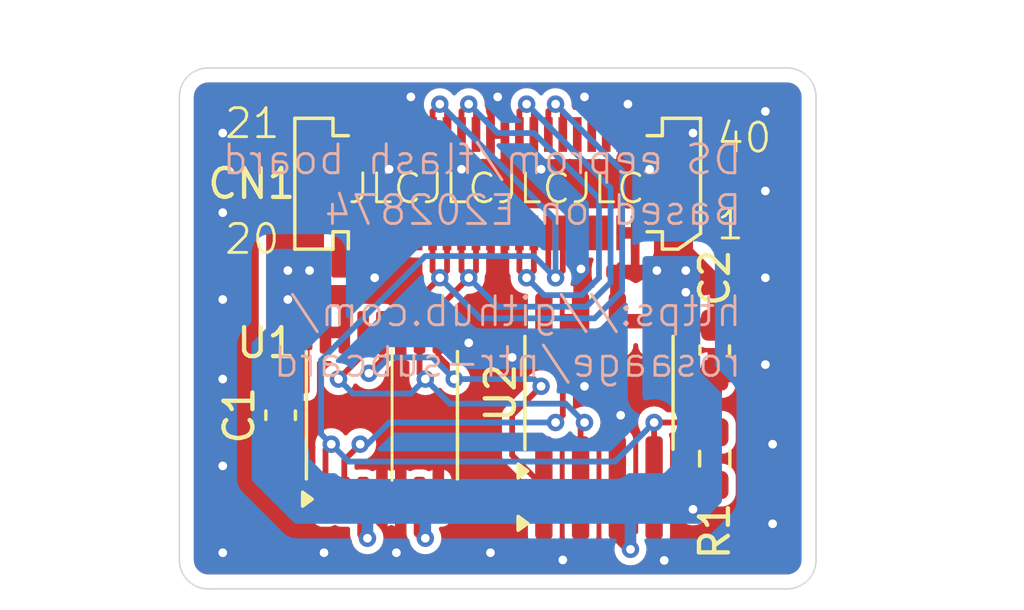
<source format=kicad_pcb>
(kicad_pcb (version 20240108) (generator "pcbnew") (generator_version "8.0")
  (layers (0 "F.Cu" signal) (31 "B.Cu" signal) (34 "B.Paste" user) (35 "F.Paste" user) (36 "B.SilkS" user "B.Silkscreen") (37 "F.SilkS" user "F.Silkscreen") (38 "B.Mask" user) (39 "F.Mask" user) (44 "Edge.Cuts" user))
  (net 0 "")
  (net 2 "VCC")
  (net 6 "GND")
  (net 14 "C")
  (net 15 "Q")
  (net 16 "S")
  (net 17 "D")
  (footprint "tage:Molex_SlimStack_53748-0408_2x20_P0.50mm_Vertical-tage" (layer "F.Cu") (at 109.5 69 90)
    (property "Reference" "CN1" (at 0 -8.5 0) (layer "F.SilkS"))
    (property "Value" "Molex_SlimStack_53748-0408_2x20_P0.50mm")
    (fp_line (start 2.26 -7.01) (end -2.26 -7.01) (stroke (width 0.12)) (layer "F.SilkS"))
    (fp_line (start -2.26 -7.01) (end -2.26 -5.69) (stroke (width 0.12)) (layer "F.SilkS"))
    (fp_line (start 2.26 -5.69) (end 2.26 -7.01) (stroke (width 0.12)) (layer "F.SilkS"))
    (fp_line (start 1.66 -5.69) (end 2.26 -5.69) (stroke (width 0.12)) (layer "F.SilkS"))
    (fp_line (start -1.66 -5.69) (end -1.66 -5.16) (stroke (width 0.12)) (layer "F.SilkS"))
    (fp_line (start -2.26 -5.69) (end -1.66 -5.69) (stroke (width 0.12)) (layer "F.SilkS"))
    (fp_line (start -2.26 -5.69) (end -2.26 -5.69) (stroke (width 0.12)) (layer "F.SilkS"))
    (fp_line (start 1.66 -5.16) (end 1.66 -5.69) (stroke (width 0.12)) (layer "F.SilkS"))
    (fp_line (start -1.66 -5.16) (end -2.25 -5.16) (stroke (width 0.12)) (layer "F.SilkS"))
    (fp_line (start 1.66 5.16) (end 1.66 5.69) (stroke (width 0.12)) (layer "F.SilkS"))
    (fp_line (start 2.26 5.69) (end 2.26 7.01) (stroke (width 0.12)) (layer "F.SilkS"))
    (fp_line (start 1.66 5.69) (end 2.26 5.69) (stroke (width 0.12)) (layer "F.SilkS"))
    (fp_line (start -1.66 5.69) (end -1.66 5.16) (stroke (width 0.12)) (layer "F.SilkS"))
    (fp_line (start -2.26 5.69) (end -1.66 5.69) (stroke (width 0.12)) (layer "F.SilkS"))
    (fp_line (start -2.26 6.234683) (end -2.26 5.69) (stroke (width 0.12)) (layer "F.SilkS"))
    (fp_line (start 2.26 7.01) (end -1.717262 7.01) (stroke (width 0.12)) (layer "F.SilkS"))
    (fp_line (start -1.717262 7.01) (end -2.26 6.234683) (stroke (width 0.12)) (layer "F.SilkS"))
    (pad "1" smd rect (at -1.7 4.75 90) (size 1.2 0.3) (layers "F.Cu" "F.Paste" "F.Mask") (net 2 "VCC"))
    (pad "2" smd rect (at -1.7 4.25 90) (size 1.2 0.3) (layers "F.Cu" "F.Paste" "F.Mask") (net 2 "VCC"))
    (pad "3" smd rect (at -1.7 3.75 90) (size 1.2 0.3) (layers "F.Cu" "F.Paste" "F.Mask"))
    (pad "4" smd rect (at -1.7 3.25 90) (size 1.2 0.3) (layers "F.Cu" "F.Paste" "F.Mask"))
    (pad "5" smd rect (at -1.7 2.75 90) (size 1.2 0.3) (layers "F.Cu" "F.Paste" "F.Mask"))
    (pad "6" smd rect (at -1.7 2.25 90) (size 1.2 0.3) (layers "F.Cu" "F.Paste" "F.Mask") (net 16 "S"))
    (pad "7" smd rect (at -1.7 1.75 90) (size 1.2 0.3) (layers "F.Cu" "F.Paste" "F.Mask") (net 16 "S"))
    (pad "8" smd rect (at -1.7 1.25 90) (size 1.2 0.3) (layers "F.Cu" "F.Paste" "F.Mask") (net 15 "Q"))
    (pad "9" smd rect (at -1.7 0.75 90) (size 1.2 0.3) (layers "F.Cu" "F.Paste" "F.Mask") (net 15 "Q"))
    (pad "10" smd rect (at -1.7 0.25 90) (size 1.2 0.3) (layers "F.Cu" "F.Paste" "F.Mask") (net 6 "GND"))
    (pad "11" smd rect (at -1.7 -0.25 90) (size 1.2 0.3) (layers "F.Cu" "F.Paste" "F.Mask") (net 6 "GND"))
    (pad "12" smd rect (at -1.7 -0.75 90) (size 1.2 0.3) (layers "F.Cu" "F.Paste" "F.Mask") (net 17 "D"))
    (pad "13" smd rect (at -1.7 -1.25 90) (size 1.2 0.3) (layers "F.Cu" "F.Paste" "F.Mask") (net 17 "D"))
    (pad "14" smd rect (at -1.7 -1.75 90) (size 1.2 0.3) (layers "F.Cu" "F.Paste" "F.Mask") (net 14 "C"))
    (pad "15" smd rect (at -1.7 -2.25 90) (size 1.2 0.3) (layers "F.Cu" "F.Paste" "F.Mask") (net 14 "C"))
    (pad "16" smd rect (at -1.7 -2.75 90) (size 1.2 0.3) (layers "F.Cu" "F.Paste" "F.Mask"))
    (pad "17" smd rect (at -1.7 -3.25 90) (size 1.2 0.3) (layers "F.Cu" "F.Paste" "F.Mask"))
    (pad "18" smd rect (at -1.7 -3.75 90) (size 1.2 0.3) (layers "F.Cu" "F.Paste" "F.Mask"))
    (pad "19" smd rect (at -1.7 -4.25 90) (size 1.2 0.3) (layers "F.Cu" "F.Paste" "F.Mask") (net 6 "GND"))
    (pad "20" smd rect (at -1.7 -4.75 90) (size 1.2 0.3) (layers "F.Cu" "F.Paste" "F.Mask") (net 6 "GND"))
    (pad "21" smd rect (at 1.7 -4.75 90) (size 1.2 0.3) (layers "F.Cu" "F.Paste" "F.Mask") (net 2 "VCC"))
    (pad "22" smd rect (at 1.7 -4.25 90) (size 1.2 0.3) (layers "F.Cu" "F.Paste" "F.Mask") (net 2 "VCC"))
    (pad "23" smd rect (at 1.7 -3.75 90) (size 1.2 0.3) (layers "F.Cu" "F.Paste" "F.Mask"))
    (pad "24" smd rect (at 1.7 -3.25 90) (size 1.2 0.3) (layers "F.Cu" "F.Paste" "F.Mask"))
    (pad "25" smd rect (at 1.7 -2.75 90) (size 1.2 0.3) (layers "F.Cu" "F.Paste" "F.Mask"))
    (pad "26" smd rect (at 1.7 -2.25 90) (size 1.2 0.3) (layers "F.Cu" "F.Paste" "F.Mask") (net 16 "S"))
    (pad "27" smd rect (at 1.7 -1.75 90) (size 1.2 0.3) (layers "F.Cu" "F.Paste" "F.Mask") (net 16 "S"))
    (pad "28" smd rect (at 1.7 -1.25 90) (size 1.2 0.3) (layers "F.Cu" "F.Paste" "F.Mask") (net 15 "Q"))
    (pad "29" smd rect (at 1.7 -0.75 90) (size 1.2 0.3) (layers "F.Cu" "F.Paste" "F.Mask") (net 15 "Q"))
    (pad "30" smd rect (at 1.7 -0.25 90) (size 1.2 0.3) (layers "F.Cu" "F.Paste" "F.Mask") (net 6 "GND"))
    (pad "31" smd rect (at 1.7 0.25 90) (size 1.2 0.3) (layers "F.Cu" "F.Paste" "F.Mask") (net 6 "GND"))
    (pad "32" smd rect (at 1.7 0.75 90) (size 1.2 0.3) (layers "F.Cu" "F.Paste" "F.Mask") (net 17 "D"))
    (pad "33" smd rect (at 1.7 1.25 90) (size 1.2 0.3) (layers "F.Cu" "F.Paste" "F.Mask") (net 17 "D"))
    (pad "34" smd rect (at 1.7 1.75 90) (size 1.2 0.3) (layers "F.Cu" "F.Paste" "F.Mask") (net 14 "C"))
    (pad "35" smd rect (at 1.7 2.25 90) (size 1.2 0.3) (layers "F.Cu" "F.Paste" "F.Mask") (net 14 "C"))
    (pad "36" smd rect (at 1.7 2.75 90) (size 1.2 0.3) (layers "F.Cu" "F.Paste" "F.Mask"))
    (pad "37" smd rect (at 1.7 3.25 90) (size 1.2 0.3) (layers "F.Cu" "F.Paste" "F.Mask"))
    (pad "38" smd rect (at 1.7 3.75 90) (size 1.2 0.3) (layers "F.Cu" "F.Paste" "F.Mask"))
    (pad "39" smd rect (at 1.7 4.25 90) (size 1.2 0.3) (layers "F.Cu" "F.Paste" "F.Mask") (net 6 "GND"))
    (pad "40" smd rect (at 1.7 4.75 90) (size 1.2 0.3) (layers "F.Cu" "F.Paste" "F.Mask") (net 6 "GND"))
  )
  (footprint "tage:SOIC-8_3.9x3.9-7.62mm_P1.27mm" (layer "F.Cu") (at 113 76.225 90)
    (property "Reference" "U2" (at 0 -3.4 90) (layer "F.SilkS"))
    (property "Value" "M45PE20-VMN6P")
    (fp_line (start 0 -2.56) (end 1.95 -2.56) (stroke (width 0.12)) (layer "F.SilkS"))
    (fp_line (start 0 -2.56) (end -1.95 -2.56) (stroke (width 0.12)) (layer "F.SilkS"))
    (fp_line (start 0 2.56) (end 1.95 2.56) (stroke (width 0.12)) (layer "F.SilkS"))
    (fp_line (start 0 2.56) (end -1.95 2.56) (stroke (width 0.12)) (layer "F.SilkS"))
    (fp_poly (pts (xy -2.7 -2.465) (xy -2.94 -2.795) (xy -2.46 -2.795) (xy -2.7 -2.465)) (stroke (width 0.12)) (fill solid) (layer "F.SilkS"))
    (fp_poly (pts (xy -4.51 -2.465) (xy -4.75 -2.795) (xy -4.27 -2.795) (xy -4.51 -2.465)) (stroke (width 0.12)) (fill solid) (layer "F.SilkS"))
    (pad "1" smd roundrect (at -3.285 -1.905 90) (size 3.57 0.6) (layers "F.Cu" "F.Paste" "F.Mask") (net 17 "D"))
    (pad "2" smd roundrect (at -3.285 -0.635 90) (size 3.57 0.6) (layers "F.Cu" "F.Paste" "F.Mask") (net 14 "C"))
    (pad "3" smd roundrect (at -3.285 0.635 90) (size 3.57 0.6) (layers "F.Cu" "F.Paste" "F.Mask") (net 2 "VCC"))
    (pad "4" smd roundrect (at -3.285 1.905 90) (size 3.57 0.6) (layers "F.Cu" "F.Paste" "F.Mask") (net 16 "S"))
    (pad "5" smd roundrect (at 2.475 1.905 90) (size 1.95 0.6) (layers "F.Cu" "F.Paste" "F.Mask") (net 2 "VCC"))
    (pad "6" smd roundrect (at 2.475 0.635 90) (size 1.95 0.6) (layers "F.Cu" "F.Paste" "F.Mask") (net 2 "VCC"))
    (pad "7" smd roundrect (at 2.475 -0.635 90) (size 1.95 0.6) (layers "F.Cu" "F.Paste" "F.Mask") (net 6 "GND"))
    (pad "8" smd roundrect (at 2.475 -1.905 90) (size 1.95 0.6) (layers "F.Cu" "F.Paste" "F.Mask") (net 15 "Q"))
  )
  (footprint "Package_SO:TSSOP-14_4.4x5mm_P0.65mm" (layer "F.Cu") (at 105.5 77 90)
    (property "Reference" "U1" (at 2.5 -4 0) (layer "F.SilkS"))
    (property "Value" "M95512-WMN6P")
    (fp_line (start 0 -2.61) (end 2.2 -2.61) (stroke (width 0.12)) (layer "F.SilkS"))
    (fp_line (start 0 -2.61) (end -2.2 -2.61) (stroke (width 0.12)) (layer "F.SilkS"))
    (fp_line (start 0 2.61) (end 2.2 2.61) (stroke (width 0.12)) (layer "F.SilkS"))
    (fp_line (start 0 2.61) (end -2.2 2.61) (stroke (width 0.12)) (layer "F.SilkS"))
    (fp_poly (pts (xy -2.9 -2.41) (xy -3.14 -2.74) (xy -2.66 -2.74) (xy -2.9 -2.41)) (stroke (width 0.12)) (fill solid) (layer "F.SilkS"))
    (pad "1" smd roundrect (at -2.8625 -1.95 90) (size 1.475 0.4) (layers "F.Cu" "F.Paste" "F.Mask") (net 16 "S"))
    (pad "2" smd roundrect (at -2.8625 -1.3 90) (size 1.475 0.4) (layers "F.Cu" "F.Paste" "F.Mask") (net 15 "Q"))
    (pad "3" smd roundrect (at -2.8625 -0.65 90) (size 1.475 0.4) (layers "F.Cu" "F.Paste" "F.Mask") (net 2 "VCC"))
    (pad "4" smd roundrect (at -2.8625 0 90) (size 1.475 0.4) (layers "F.Cu" "F.Paste" "F.Mask") (net 6 "GND"))
    (pad "5" smd roundrect (at -2.8625 0.65 90) (size 1.475 0.4) (layers "F.Cu" "F.Paste" "F.Mask") (net 6 "GND"))
    (pad "6" smd roundrect (at -2.8625 1.3 90) (size 1.475 0.4) (layers "F.Cu" "F.Paste" "F.Mask") (net 2 "VCC"))
    (pad "7" smd roundrect (at -2.8625 1.95 90) (size 1.475 0.4) (layers "F.Cu" "F.Paste" "F.Mask") (net 6 "GND"))
    (pad "8" smd roundrect (at 2.8625 1.95 90) (size 1.475 0.4) (layers "F.Cu" "F.Paste" "F.Mask") (net 17 "D"))
    (pad "9" smd roundrect (at 2.8625 1.3 90) (size 1.475 0.4) (layers "F.Cu" "F.Paste" "F.Mask") (net 14 "C"))
    (pad "10" smd roundrect (at 2.8625 0.65 90) (size 1.475 0.4) (layers "F.Cu" "F.Paste" "F.Mask") (net 6 "GND"))
    (pad "11" smd roundrect (at 2.8625 0 90) (size 1.475 0.4) (layers "F.Cu" "F.Paste" "F.Mask") (net 17 "D"))
    (pad "12" smd roundrect (at 2.8625 -0.65 90) (size 1.475 0.4) (layers "F.Cu" "F.Paste" "F.Mask") (net 14 "C"))
    (pad "13" smd roundrect (at 2.8625 -1.3 90) (size 1.475 0.4) (layers "F.Cu" "F.Paste" "F.Mask") (net 2 "VCC"))
    (pad "14" smd roundrect (at 2.8625 -1.95 90) (size 1.475 0.4) (layers "F.Cu" "F.Paste" "F.Mask") (net 2 "VCC"))
  )
  (footprint "Resistor_SMD:R_0603_1608Metric_Pad0.98x0.95mm_HandSolder" (layer "F.Cu") (at 117 78.5 90)
    (property "Reference" "R1" (at -2.5 0 -90) (layer "F.SilkS"))
    (property "Value" "10k")
    (fp_line (start -0.254724 -0.5225) (end 0.254724 -0.5225) (stroke (width 0.12)) (layer "F.SilkS"))
    (fp_line (start -0.254724 0.5225) (end 0.254724 0.5225) (stroke (width 0.12)) (layer "F.SilkS"))
    (pad "1" smd roundrect (at -0.9125 0 90) (size 0.975 0.95) (layers "F.Cu" "F.Paste" "F.Mask") (net 2 "VCC"))
    (pad "2" smd roundrect (at 0.9125 0 90) (size 0.975 0.95) (layers "F.Cu" "F.Paste" "F.Mask") (net 16 "S"))
  )
  (footprint "Capacitor_SMD:C_0603_1608Metric_Pad1.08x0.95mm_HandSolder" (layer "F.Cu") (at 117 74.75 90)
    (property "Reference" "C2" (at 2.5 0 -90) (layer "F.SilkS"))
    (property "Value" "100n")
    (fp_line (start -0.146267 -0.51) (end 0.146267 -0.51) (stroke (width 0.12)) (layer "F.SilkS"))
    (fp_line (start -0.146267 0.51) (end 0.146267 0.51) (stroke (width 0.12)) (layer "F.SilkS"))
    (pad "1" smd roundrect (at -0.8625 0 90) (size 1.075 0.95) (layers "F.Cu" "F.Paste" "F.Mask") (net 6 "GND"))
    (pad "2" smd roundrect (at 0.8625 0 90) (size 1.075 0.95) (layers "F.Cu" "F.Paste" "F.Mask") (net 2 "VCC"))
  )
  (footprint "Capacitor_SMD:C_0603_1608Metric_Pad1.08x0.95mm_HandSolder" (layer "F.Cu") (at 102 77 90)
    (property "Reference" "C1" (at 0 -1.43 -90) (layer "F.SilkS"))
    (property "Value" "100n")
    (fp_line (start -0.146267 -0.51) (end 0.146267 -0.51) (stroke (width 0.12)) (layer "F.SilkS"))
    (fp_line (start -0.146267 0.51) (end 0.146267 0.51) (stroke (width 0.12)) (layer "F.SilkS"))
    (pad "1" smd roundrect (at -0.8625 0 90) (size 1.075 0.95) (layers "F.Cu" "F.Paste" "F.Mask") (net 6 "GND"))
    (pad "2" smd roundrect (at 0.8625 0 90) (size 1.075 0.95) (layers "F.Cu" "F.Paste" "F.Mask") (net 2 "VCC"))
  )
  (gr_line (start 105.85 74.75) (end 105.85 79.25) (stroke (width 0.1)) (layer "F.SilkS"))
  (gr_line (start 119.5 83) (end 99.5 83) (stroke (width 0.05)) (layer "Edge.Cuts"))
  (gr_arc (start 98.5 66) (mid 98.792893 65.292893) (end 99.5 65) (stroke (width 0.05)) (layer "Edge.Cuts"))
  (gr_arc (start 119.5 65) (mid 120.207107 65.292893) (end 120.5 66) (stroke (width 0.05)) (layer "Edge.Cuts"))
  (gr_line (start 99.5 65) (end 119.5 65) (stroke (width 0.05)) (layer "Edge.Cuts"))
  (gr_arc (start 120.5 82) (mid 120.207107 82.707107) (end 119.5 83) (stroke (width 0.05)) (layer "Edge.Cuts"))
  (gr_arc (start 99.5 83) (mid 98.792893 82.707107) (end 98.5 82) (stroke (width 0.05)) (layer "Edge.Cuts"))
  (gr_line (start 98.5 82) (end 98.5 66) (stroke (width 0.05)) (layer "Edge.Cuts"))
  (gr_line (start 120.5 66) (end 120.5 82) (stroke (width 0.05)) (layer "Edge.Cuts"))
  (gr_text "rosaage/ntr-subcard" (at 118 75.75 0) (layer "B.SilkS") (effects (font (size 1 1) (thickness 0.1)) (justify left bottom mirror)))
  (gr_text "Based on E202874" (at 118 70.5 0) (layer "B.SilkS") (effects (font (size 1 1) (thickness 0.1)) (justify left bottom mirror)))
  (gr_text "DS eeprom/flash board" (at 118 68.75 0) (layer "B.SilkS") (effects (font (size 1 1) (thickness 0.1)) (justify left bottom mirror)))
  (gr_text "https://github.com/" (at 118 74 0) (layer "B.SilkS") (effects (font (size 1 1) (thickness 0.1)) (justify left bottom mirror)))
  (gr_text "40\n" (at 117 68 0) (layer "F.SilkS") (effects (font (size 1 1) (thickness 0.1)) (justify left bottom)))
  (gr_text "1" (at 117 71 0) (layer "F.SilkS") (effects (font (size 1 1) (thickness 0.1)) (justify left bottom)))
  (gr_text "20" (at 100 71.5 0) (layer "F.SilkS") (effects (font (size 1 1) (thickness 0.1)) (justify left bottom)))
  (gr_text "21" (at 100 67.5 0) (layer "F.SilkS") (effects (font (size 1 1) (thickness 0.1)) (justify left bottom)))
  (gr_text "JLCJLCJLCJLC" (at 104.25 69.75 0) (layer "F.SilkS") (effects (font (size 1 1) (thickness 0.1)) (justify left bottom)))
  (segment (start 114.25 70.7) (end 113.8 70.7) (width 0.4) (layer "F.Cu") (net 2))
  (segment (start 113.635 81.180154) (end 113.635 79.475) (width 0.4) (layer "F.Cu") (net 2))
  (segment (start 106.8 81.05) (end 107 81.25) (width 0.4) (layer "F.Cu") (net 2))
  (segment (start 114.088296 81.63345) (end 113.635 81.180154) (width 0.4) (layer "F.Cu") (net 2))
  (segment (start 117 79.5) (end 116.25 80.25) (width 0.4) (layer "F.Cu") (net 2))
  (segment (start 117 79.4125) (end 117 79.5) (width 0.4) (layer "F.Cu") (net 2))
  (segment (start 104.85 81.1) (end 105 81.25) (width 0.4) (layer "F.Cu") (net 2))
  (segment (start 106.8 79.8625) (end 106.8 81.05) (width 0.4) (layer "F.Cu") (net 2))
  (segment (start 104.85 79.8625) (end 104.85 81.1) (width 0.4) (layer "F.Cu") (net 2))
  (via (at 102.25 73) (size 0.6) (drill 0.3) (layers "F.Cu" "B.Cu") (net 2))
  (via (at 116.25 80.25) (size 0.6) (drill 0.3) (layers "F.Cu" "B.Cu") (net 2))
  (via (at 114.088296 81.63345) (size 0.6) (drill 0.3) (layers "F.Cu" "B.Cu") (net 2))
  (via (at 116 72) (size 0.6) (drill 0.3) (layers "F.Cu" "B.Cu") (net 2))
  (via (at 105 81.25) (size 0.6) (drill 0.3) (layers "F.Cu" "B.Cu") (net 2))
  (via (at 103 72) (size 0.6) (drill 0.3) (layers "F.Cu" "B.Cu") (net 2))
  (via (at 116 72.75) (size 0.6) (drill 0.3) (layers "F.Cu" "B.Cu") (net 2))
  (via (at 115 72) (size 0.6) (drill 0.3) (layers "F.Cu" "B.Cu") (net 2))
  (via (at 107 81.25) (size 0.6) (drill 0.3) (layers "F.Cu" "B.Cu") (net 2))
  (via (at 102.25 72) (size 0.6) (drill 0.3) (layers "F.Cu" "B.Cu") (net 2))
  (segment (start 114.088296 80.411704) (end 114.25 80.25) (width 0.4) (layer "B.Cu") (net 2))
  (segment (start 107 80.25) (end 106.75 80) (width 0.4) (layer "B.Cu") (net 2))
  (segment (start 114.088296 81.63345) (end 114.088296 80.411704) (width 0.4) (layer "B.Cu") (net 2))
  (segment (start 107 81.25) (end 107 80.25) (width 0.4) (layer "B.Cu") (net 2))
  (segment (start 114.25 80.25) (end 116.25 80.25) (width 0.4) (layer "B.Cu") (net 2))
  (segment (start 105 81.25) (end 105 80) (width 0.4) (layer "B.Cu") (net 2))
  (segment (start 105 80) (end 106.75 80) (width 0.4) (layer "B.Cu") (net 2))
  (segment (start 105.25 72.25) (end 105.25 72) (width 0.4) (layer "F.Cu") (net 6))
  (via (at 118.75 66.5) (size 0.6) (drill 0.3) (layers "F.Cu" "B.Cu") (net 6))
  (via (at 108.5 74.5) (size 0.6) (drill 0.3) (layers "F.Cu" "B.Cu") (net 6))
  (via (at 118.75 69.25) (size 0.6) (drill 0.3) (layers "F.Cu" "B.Cu") (net 6))
  (via (at 100 75.75) (size 0.6) (drill 0.3) (layers "F.Cu" "B.Cu") (net 6))
  (via (at 100 67.25) (size 0.6) (drill 0.3) (layers "F.Cu" "B.Cu") (net 6))
  (via (at 115.254696 82.015955) (size 0.6) (drill 0.3) (layers "F.Cu" "B.Cu") (net 6))
  (via (at 100 78.75) (size 0.6) (drill 0.3) (layers "F.Cu" "B.Cu") (net 6))
  (via (at 105.75 68.5) (size 0.6) (drill 0.3) (layers "F.Cu" "B.Cu") (net 6))
  (via (at 116.25 67.25) (size 0.6) (drill 0.3) (layers "F.Cu" "B.Cu") (net 6))
  (via (at 111.75 82) (size 0.6) (drill 0.3) (layers "F.Cu" "B.Cu") (net 6))
  (via (at 106.5 66) (size 0.6) (drill 0.3) (layers "F.Cu" "B.Cu") (net 6))
  (via (at 100 73) (size 0.6) (drill 0.3) (layers "F.Cu" "B.Cu") (net 6))
  (via (at 100 81.75) (size 0.6) (drill 0.3) (layers "F.Cu" "B.Cu") (net 6))
  (via (at 112.378463 71.946036) (size 0.6) (drill 0.3) (layers "F.Cu" "B.Cu") (net 6))
  (via (at 119 80.75) (size 0.6) (drill 0.3) (layers "F.Cu" "B.Cu") (net 6))
  (via (at 114 66.25) (size 0.6) (drill 0.3) (layers "F.Cu" "B.Cu") (net 6))
  (via (at 113.75 77) (size 0.6) (drill 0.3) (layers "F.Cu" "B.Cu") (net 6))
  (via (at 100 70) (size 0.6) (drill 0.3) (layers "F.Cu" "B.Cu") (net 6))
  (via (at 114.75 68.5) (size 0.6) (drill 0.3) (layers "F.Cu" "B.Cu") (net 6))
  (via (at 103.5 81.75) (size 0.6) (drill 0.3) (layers "F.Cu" "B.Cu") (net 6))
  (via (at 106 81.75) (size 0.6) (drill 0.3) (layers "F.Cu" "B.Cu") (net 6))
  (via (at 105.25 72.25) (size 0.6) (drill 0.3) (layers "F.Cu" "B.Cu") (net 6))
  (via (at 112.5 66) (size 0.6) (drill 0.3) (layers "F.Cu" "B.Cu") (net 6))
  (via (at 112.5 76) (size 0.6) (drill 0.3) (layers "F.Cu" "B.Cu") (net 6))
  (via (at 109.5 66) (size 0.6) (drill 0.3) (layers "F.Cu" "B.Cu") (net 6))
  (via (at 119 78) (size 0.6) (drill 0.3) (layers "F.Cu" "B.Cu") (net 6))
  (via (at 118.75 72.25) (size 0.6) (drill 0.3) (layers "F.Cu" "B.Cu") (net 6))
  (via (at 118.75 75.25) (size 0.6) (drill 0.3) (layers "F.Cu" "B.Cu") (net 6))
  (via (at 108.25 68.5) (size 0.6) (drill 0.3) (layers "F.Cu" "B.Cu") (net 6))
  (via (at 111 68.5) (size 0.6) (drill 0.3) (layers "F.Cu" "B.Cu") (net 6))
  (via (at 110 75) (size 0.6) (drill 0.3) (layers "F.Cu" "B.Cu") (net 6))
  (via (at 109.25 81.75) (size 0.6) (drill 0.3) (layers "F.Cu" "B.Cu") (net 6))
  (segment (start 104.85 74.9) (end 104.85 74.1375) (width 0.2) (layer "F.Cu") (net 14))
  (segment (start 111.25 67.3) (end 111.25 66.5) (width 0.2) (layer "F.Cu") (net 14))
  (segment (start 107.25 70.7) (end 107.25 72) (width 0.2) (layer "F.Cu") (net 14))
  (segment (start 107 75.75) (end 106.8 75.55) (width 0.2) (layer "F.Cu") (net 14))
  (segment (start 107.25 72) (end 107.5 72.25) (width 0.2) (layer "F.Cu") (net 14))
  (segment (start 111.5 66.25) (end 111.75 66.5) (width 0.2) (layer "F.Cu") (net 14))
  (segment (start 111.25 66.5) (end 111.5 66.25) (width 0.2) (layer "F.Cu") (net 14))
  (segment (start 107.5 72.25) (end 107.75 72) (width 0.2) (layer "F.Cu") (net 14))
  (segment (start 104 75.75) (end 104.85 74.9) (width 0.2) (layer "F.Cu") (net 14))
  (segment (start 107.75 72) (end 107.75 70.7) (width 0.2) (layer "F.Cu") (net 14))
  (segment (start 106.8 74.1375) (end 106.8 72.95) (width 0.2) (layer "F.Cu") (net 14))
  (segment (start 112.365 79.475) (end 112.365 77.385) (width 0.2) (layer "F.Cu") (net 14))
  (segment (start 106.8 72.95) (end 107.5 72.25) (width 0.2) (layer "F.Cu") (net 14))
  (segment (start 112.365 77.385) (end 112.5 77.25) (width 0.2) (layer "F.Cu") (net 14))
  (segment (start 106.8 75.55) (end 106.8 74.1375) (width 0.2) (layer "F.Cu") (net 14))
  (segment (start 111.75 66.5) (end 111.75 67.3) (width 0.2) (layer "F.Cu") (net 14))
  (via (at 104 75.75) (size 0.6) (drill 0.3) (layers "F.Cu" "B.Cu") (net 14))
  (via (at 111.5 66.25) (size 0.6) (drill 0.3) (layers "F.Cu" "B.Cu") (net 14))
  (via (at 107 75.75) (size 0.6) (drill 0.3) (layers "F.Cu" "B.Cu") (net 14))
  (via (at 112.5 77.25) (size 0.6) (drill 0.3) (layers "F.Cu" "B.Cu") (net 14))
  (via (at 107.5 72.25) (size 0.6) (drill 0.3) (layers "F.Cu" "B.Cu") (net 14))
  (segment (start 111.85 76.6) (end 107.85 76.6) (width 0.2) (layer "B.Cu") (net 14))
  (segment (start 107.5 72.25) (end 108.9 73.65) (width 0.2) (layer "B.Cu") (net 14))
  (segment (start 108.9 73.65) (end 112.85 73.65) (width 0.2) (layer "B.Cu") (net 14))
  (segment (start 104.5 76.25) (end 104 75.75) (width 0.2) (layer "B.Cu") (net 14))
  (segment (start 113.8 72.7) (end 113.8 68.55) (width 0.2) (layer "B.Cu") (net 14))
  (segment (start 106.5 76.25) (end 104.5 76.25) (width 0.2) (layer "B.Cu") (net 14))
  (segment (start 107.85 76.6) (end 107 75.75) (width 0.2) (layer "B.Cu") (net 14))
  (segment (start 107 75.75) (end 106.5 76.25) (width 0.2) (layer "B.Cu") (net 14))
  (segment (start 112.5 77.25) (end 111.85 76.6) (width 0.2) (layer "B.Cu") (net 14))
  (segment (start 112.85 73.65) (end 113.8 72.7) (width 0.2) (layer "B.Cu") (net 14))
  (segment (start 113.8 68.55) (end 111.5 66.25) (width 0.2) (layer "B.Cu") (net 14))
  (segment (start 108.25 66.5) (end 108.5 66.25) (width 0.2) (layer "F.Cu") (net 15))
  (segment (start 110.25 72) (end 110.5 72.25) (width 0.2) (layer "F.Cu") (net 15))
  (segment (start 110.25 70.7) (end 110.25 72) (width 0.2) (layer "F.Cu") (net 15))
  (segment (start 110.75 72) (end 110.75 70.7) (width 0.2) (layer "F.Cu") (net 15))
  (segment (start 111.095 74.525) (end 111.095 72.845) (width 0.2) (layer "F.Cu") (net 15))
  (segment (start 104.2 78.55) (end 104.2 79.8625) (width 0.2) (layer "F.Cu") (net 15))
  (segment (start 111.75 75.18) (end 111.095 74.525) (width 0.2) (layer "F.Cu") (net 15))
  (segment (start 108.75 66.5) (end 108.5 66.25) (width 0.2) (layer "F.Cu") (net 15))
  (segment (start 111.095 72.845) (end 110.5 72.25) (width 0.2) (layer "F.Cu") (net 15))
  (segment (start 108.25 67.3) (end 108.25 66.5) (width 0.2) (layer "F.Cu") (net 15))
  (segment (start 111.75 77) (end 111.75 75.18) (width 0.2) (layer "F.Cu") (net 15))
  (segment (start 111.5 77.25) (end 111.75 77) (width 0.2) (layer "F.Cu") (net 15))
  (segment (start 108.75 67.3) (end 108.75 66.5) (width 0.2) (layer "F.Cu") (net 15))
  (segment (start 110.5 72.25) (end 110.75 72) (width 0.2) (layer "F.Cu") (net 15))
  (segment (start 104.75 78) (end 104.2 78.55) (width 0.2) (layer "F.Cu") (net 15))
  (via (at 110.5 72.25) (size 0.6) (drill 0.3) (layers "F.Cu" "B.Cu") (net 15))
  (via (at 111.5 77.25) (size 0.6) (drill 0.3) (layers "F.Cu" "B.Cu") (net 15))
  (via (at 108.5 66.25) (size 0.6) (drill 0.3) (layers "F.Cu" "B.Cu") (net 15))
  (via (at 104.75 78) (size 0.6) (drill 0.3) (layers "F.Cu" "B.Cu") (net 15))
  (segment (start 105.75 77.25) (end 105 78) (width 0.2) (layer "B.Cu") (net 15))
  (segment (start 113 72.25) (end 113 69.5) (width 0.2) (layer "B.Cu") (net 15))
  (segment (start 111.5 77.25) (end 105.75 77.25) (width 0.2) (layer "B.Cu") (net 15))
  (segment (start 110.5 72.25) (end 111.1 72.85) (width 0.2) (layer "B.Cu") (net 15))
  (segment (start 105 78) (end 104.75 78) (width 0.2) (layer "B.Cu") (net 15))
  (segment (start 111.1 72.85) (end 112.4 72.85) (width 0.2) (layer "B.Cu") (net 15))
  (segment (start 113 69.5) (end 110.75 67.25) (width 0.2) (layer "B.Cu") (net 15))
  (segment (start 112.4 72.85) (end 113 72.25) (width 0.2) (layer "B.Cu") (net 15))
  (segment (start 109.5 67.25) (end 108.5 66.25) (width 0.2) (layer "B.Cu") (net 15))
  (segment (start 110.75 67.25) (end 109.5 67.25) (width 0.2) (layer "B.Cu") (net 15))
  (segment (start 111.5 72.25) (end 111.75 72) (width 0.2) (layer "F.Cu") (net 16))
  (segment (start 103.55 78.2) (end 103.55 79.8625) (width 0.2) (layer "F.Cu") (net 16))
  (segment (start 116.25 77.25) (end 116.5875 77.5875) (width 0.2) (layer "F.Cu") (net 16))
  (segment (start 111.25 72) (end 111.5 72.25) (width 0.2) (layer "F.Cu") (net 16))
  (segment (start 103.75 78) (end 103.55 78.2) (width 0.2) (layer "F.Cu") (net 16))
  (segment (start 114.905 77.25) (end 116.25 77.25) (width 0.2) (layer "F.Cu") (net 16))
  (segment (start 107.25 66.5) (end 107.5 66.25) (width 0.2) (layer "F.Cu") (net 16))
  (segment (start 107.5 66.25) (end 107.75 66.5) (width 0.2) (layer "F.Cu") (net 16))
  (segment (start 116.5875 77.5875) (end 117 77.5875) (width 0.2) (layer "F.Cu") (net 16))
  (segment (start 114.905 79.475) (end 114.905 77.25) (width 0.2) (layer "F.Cu") (net 16))
  (segment (start 107.75 66.5) (end 107.75 67.3) (width 0.2) (layer "F.Cu") (net 16))
  (segment (start 111.75 72) (end 111.75 70.7) (width 0.2) (layer "F.Cu") (net 16))
  (segment (start 107.25 67.3) (end 107.25 66.5) (width 0.2) (layer "F.Cu") (net 16))
  (segment (start 111.25 70.7) (end 111.25 72) (width 0.2) (layer "F.Cu") (net 16))
  (via (at 114.905 77.25) (size 0.6) (drill 0.3) (layers "F.Cu" "B.Cu") (net 16))
  (via (at 111.5 72.25) (size 0.6) (drill 0.3) (layers "F.Cu" "B.Cu") (net 16))
  (via (at 107.5 66.25) (size 0.6) (drill 0.3) (layers "F.Cu" "B.Cu") (net 16))
  (via (at 103.75 78) (size 0.6) (drill 0.3) (layers "F.Cu" "B.Cu") (net 16))
  (segment (start 111.5 72.25) (end 111.5 70.25) (width 0.2) (layer "B.Cu") (net 16))
  (segment (start 111.5 70.25) (end 107.5 66.25) (width 0.2) (layer "B.Cu") (net 16))
  (segment (start 110.75 71.5) (end 111.5 72.25) (width 0.2) (layer "B.Cu") (net 16))
  (segment (start 104.35 78.6) (end 103.75 78) (width 0.2) (layer "B.Cu") (net 16))
  (segment (start 107 71.5) (end 110.75 71.5) (width 0.2) (layer "B.Cu") (net 16))
  (segment (start 113.555 78.6) (end 104.35 78.6) (width 0.2) (layer "B.Cu") (net 16))
  (segment (start 114.905 77.25) (end 113.555 78.6) (width 0.2) (layer "B.Cu") (net 16))
  (segment (start 103.75 78) (end 103.4 77.65) (width 0.2) (layer "B.Cu") (net 16))
  (segment (start 103.4 75.1) (end 107 71.5) (width 0.2) (layer "B.Cu") (net 16))
  (segment (start 103.4 77.65) (end 103.4 75.1) (width 0.2) (layer "B.Cu") (net 16))
  (segment (start 107.45 73.3) (end 108.5 72.25) (width 0.2) (layer "F.Cu") (net 17))
  (segment (start 105.5 75.09853) (end 105.5 74.1375) (width 0.2) (layer "F.Cu") (net 17))
  (segment (start 107.75 75.5) (end 107.75 75.25) (width 0.2) (layer "F.Cu") (net 17))
  (segment (start 108.75 72) (end 108.75 70.7) (width 0.2) (layer "F.Cu") (net 17))
  (segment (start 110.25 67.3) (end 110.25 66.5) (width 0.2) (layer "F.Cu") (net 17))
  (segment (start 108.25 70.7) (end 108.25 72) (width 0.2) (layer "F.Cu") (net 17))
  (segment (start 107.45 74.1375) (end 107.45 73.3) (width 0.2) (layer "F.Cu") (net 17))
  (segment (start 111.095 79.475) (end 110 78.38) (width 0.2) (layer "F.Cu") (net 17))
  (segment (start 110.25 66.5) (end 110.5 66.25) (width 0.2) (layer "F.Cu") (net 17))
  (segment (start 108 75.75) (end 107.75 75.5) (width 0.2) (layer "F.Cu") (net 17))
  (segment (start 107.75 75.25) (end 107.45 74.95) (width 0.2) (layer "F.Cu") (net 17))
  (segment (start 110 77) (end 111 76) (width 0.2) (layer "F.Cu") (net 17))
  (segment (start 110.75 66.5) (end 110.75 67.3) (width 0.2) (layer "F.Cu") (net 17))
  (segment (start 108.25 72) (end 108.5 72.25) (width 0.2) (layer "F.Cu") (net 17))
  (segment (start 108.5 72.25) (end 108.75 72) (width 0.2) (layer "F.Cu") (net 17))
  (segment (start 110.5 66.25) (end 110.75 66.5) (width 0.2) (layer "F.Cu") (net 17))
  (segment (start 105.049265 75.549265) (end 105.5 75.09853) (width 0.2) (layer "F.Cu") (net 17))
  (segment (start 110 78.38) (end 110 77) (width 0.2) (layer "F.Cu") (net 17))
  (segment (start 107.45 74.95) (end 107.45 74.1375) (width 0.2) (layer "F.Cu") (net 17))
  (via (at 111 76) (size 0.6) (drill 0.3) (layers "F.Cu" "B.Cu") (net 17))
  (via (at 108 75.75) (size 0.6) (drill 0.3) (layers "F.Cu" "B.Cu") (net 17))
  (via (at 108.5 72.25) (size 0.6) (drill 0.3) (layers "F.Cu" "B.Cu") (net 17))
  (via (at 105.049265 75.549265) (size 0.6) (drill 0.3) (layers "F.Cu" "B.Cu") (net 17))
  (via (at 110.5 66.25) (size 0.6) (drill 0.3) (layers "F.Cu" "B.Cu") (net 17))
  (segment (start 107.25 75) (end 105.75 75) (width 0.2) (layer "B.Cu") (net 17))
  (segment (start 113.4 69.15) (end 110.5 66.25) (width 0.2) (layer "B.Cu") (net 17))
  (segment (start 108.5 72.25) (end 109.5 73.25) (width 0.2) (layer "B.Cu") (net 17))
  (segment (start 108 75.75) (end 107.25 75) (width 0.2) (layer "B.Cu") (net 17))
  (segment (start 109.5 73.25) (end 112.565686 73.25) (width 0.2) (layer "B.Cu") (net 17))
  (segment (start 111 76) (end 110.75 75.75) (width 0.2) (layer "B.Cu") (net 17))
  (segment (start 110.75 75.75) (end 108 75.75) (width 0.2) (layer "B.Cu") (net 17))
  (segment (start 112.565686 73.25) (end 113.4 72.415686) (width 0.2) (layer "B.Cu") (net 17))
  (segment (start 105.75 75) (end 105.200735 75.549265) (width 0.2) (layer "B.Cu") (net 17))
  (segment (start 105.200735 75.549265) (end 105.049265 75.549265) (width 0.2) (layer "B.Cu") (net 17))
  (segment (start 113.4 72.415686) (end 113.4 69.15) (width 0.2) (layer "B.Cu") (net 17))
  (zone (net 6) (net_name "GND") (layer "F.Cu") (priority 1) (connect_pads (clearance 0.25)) (min_thickness 0.15) (fill yes (thermal_gap 0.25) (thermal_bridge_width 0.5))
    (polygon (pts (xy 121.25 64.25) (xy 121.25 83.75) (xy 98 83.75) (xy 97.75 83.5) (xy 97.75 64.75) (xy 98.25 64.25)))
  )
  (zone (net 2) (net_name "VCC") (layer "F.Cu") (priority 5) (connect_pads (clearance 0.25)) (min_thickness 0.15) (fill yes (thermal_gap 0.25) (thermal_bridge_width 0.5))
    (polygon (pts (xy 105.5 68.25) (xy 105.5 66.25) (xy 102.75 66.25) (xy 101.5 67.5) (xy 101.5 76.25) (xy 103 76.25) (xy 103 74.75) (xy 104.5 74.75) (xy 104.5 72.5) (xy 103.5 72.5) (xy 103.5 69) (xy 104.25 68.25)))
  )
  (zone (net 2) (net_name "VCC") (layer "F.Cu") (priority 4) (connect_pads (clearance 0.5)) (min_thickness 0.25) (fill yes (thermal_gap 0.5) (thermal_bridge_width 0.5))
    (polygon (pts (xy 113.25 74.25) (xy 116.25 74.25) (xy 116.5 74.25) (xy 117.5 74.25) (xy 117.5 72.5) (xy 116.25 71.25) (xy 116.25 70.25) (xy 116 70) (xy 113.25 70)))
  )
  (zone (net 2) (net_name "VCC") (layer "B.Cu") (priority 6) (connect_pads (clearance 0.5)) (min_thickness 0.25) (fill yes (thermal_gap 0.5) (thermal_bridge_width 0.5))
    (polygon (pts (xy 114.5 71.5) (xy 116.5 71.5) (xy 116.5 75.5) (xy 117.25 76.25) (xy 117.25 80) (xy 116.5 80.75) (xy 102.5 80.75) (xy 101 79.25) (xy 101 74.5) (xy 101.5 74) (xy 101.5 71.25) (xy 103.75 71.25) (xy 103.75 74) (xy 103 74.75) (xy 103 78.5) (xy 103.5 79) (xy 115.25 79) (xy 115.5 78.75) (xy 115.5 77.75) (xy 115.25 77.5) (xy 114.75 77.5) (xy 114.5 77.25)))
  )
  (zone (net 6) (net_name "GND") (layer "B.Cu") (priority 2) (connect_pads (clearance 0.25)) (min_thickness 0.15) (fill yes (thermal_gap 0.25) (thermal_bridge_width 0.5))
    (polygon (pts (xy 121.5 64.25) (xy 121.5 83.75) (xy 97.75 83.75) (xy 97.5 83.5) (xy 97.5 64.5) (xy 97.75 64.25)))
  )
)
</source>
